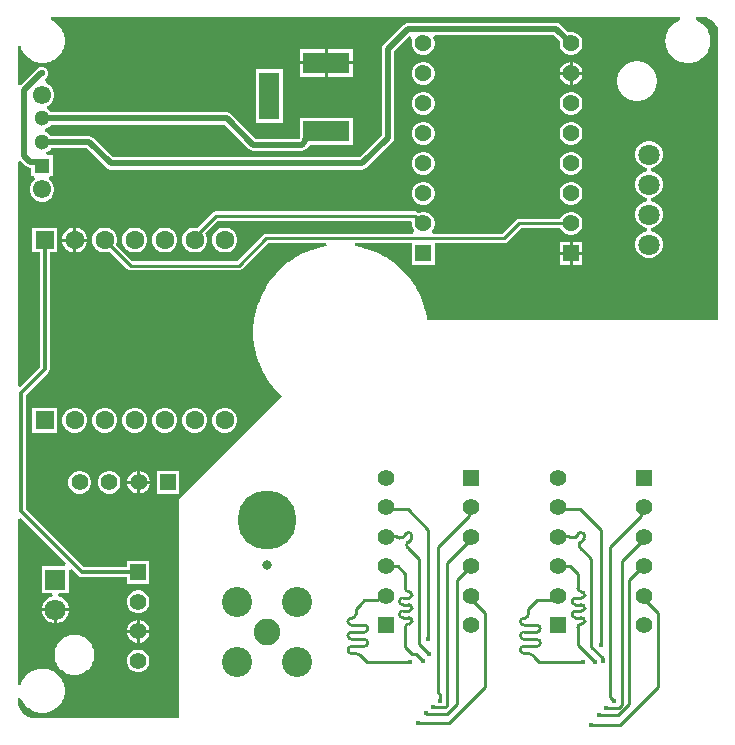
<source format=gbr>
%TF.GenerationSoftware,Altium Limited,Altium Designer,22.7.1 (60)*%
G04 Layer_Physical_Order=2*
G04 Layer_Color=16711680*
%FSLAX45Y45*%
%MOMM*%
%TF.SameCoordinates,61DBAAF2-DE87-4E8A-AD11-02536D302051*%
%TF.FilePolarity,Positive*%
%TF.FileFunction,Copper,L2,Bot,Signal*%
%TF.Part,Single*%
G01*
G75*
%TA.AperFunction,Conductor*%
%ADD10C,0.25000*%
%ADD17C,0.50000*%
%ADD18C,0.25400*%
%ADD19C,0.30000*%
%TA.AperFunction,ComponentPad*%
%ADD22C,1.55000*%
%ADD23C,1.30000*%
%ADD24R,1.30000X1.30000*%
%ADD25R,1.42500X1.42500*%
%ADD26C,1.42500*%
%ADD27C,1.80000*%
%ADD28R,4.00000X1.80000*%
%ADD29R,1.80000X4.00000*%
%ADD30C,1.40000*%
%ADD31R,1.40000X1.40000*%
%ADD32R,1.40000X1.40000*%
%ADD33C,2.25000*%
%ADD34C,2.55000*%
%ADD35C,1.60000*%
%ADD36R,1.60000X1.60000*%
%ADD37R,1.80000X1.80000*%
%TA.AperFunction,ViaPad*%
%ADD38C,0.38100*%
%ADD39C,0.56000*%
%ADD40C,0.45000*%
%ADD41C,5.00000*%
%ADD42C,0.80000*%
%TA.AperFunction,Conductor*%
%ADD43C,0.28500*%
G36*
X6656575Y6762090D02*
X6687949Y6749219D01*
X6716244Y6730532D01*
X6740397Y6706729D01*
X6759497Y6678710D01*
X6762750Y6671100D01*
Y4198097D01*
X4300376D01*
X4299953Y4202393D01*
X4299393Y4204237D01*
Y4206164D01*
X4285975Y4273620D01*
X4285238Y4275400D01*
X4285049Y4277318D01*
X4265084Y4343134D01*
X4264176Y4344834D01*
X4263800Y4346723D01*
X4237480Y4410265D01*
X4236409Y4411867D01*
X4235850Y4413712D01*
X4203428Y4474368D01*
X4202206Y4475858D01*
X4201468Y4477638D01*
X4163258Y4534824D01*
X4161895Y4536187D01*
X4160987Y4537887D01*
X4117354Y4591052D01*
X4115865Y4592275D01*
X4114794Y4593877D01*
X4066161Y4642510D01*
X4064559Y4643580D01*
X4063337Y4645070D01*
X4010171Y4688702D01*
X4008471Y4689611D01*
X4007109Y4690973D01*
X3949922Y4729184D01*
X3948142Y4729921D01*
X3946653Y4731144D01*
X3885996Y4763565D01*
X3884152Y4764125D01*
X3882550Y4765195D01*
X3819008Y4791515D01*
X3817118Y4791891D01*
X3815418Y4792800D01*
X3749602Y4812765D01*
X3747684Y4812954D01*
X3745904Y4813691D01*
X3687775Y4825253D01*
X3690277Y4850653D01*
X4169311D01*
Y4665849D01*
X4362611D01*
Y4850653D01*
X4953000D01*
X4967866Y4853611D01*
X4980469Y4862031D01*
X5096091Y4977654D01*
X5428788D01*
X5440622Y4957156D01*
X5458617Y4939161D01*
X5480656Y4926437D01*
X5505237Y4919850D01*
X5530685D01*
X5555267Y4926437D01*
X5577306Y4939161D01*
X5595300Y4957156D01*
X5608025Y4979195D01*
X5614611Y5003776D01*
Y5029224D01*
X5608025Y5053806D01*
X5595300Y5075845D01*
X5577306Y5093839D01*
X5555267Y5106564D01*
X5530685Y5113150D01*
X5505237D01*
X5480656Y5106564D01*
X5458617Y5093839D01*
X5440622Y5075845D01*
X5428788Y5055347D01*
X5080000D01*
X5065134Y5052390D01*
X5052532Y5043969D01*
X4936909Y4928347D01*
X4350411D01*
X4339890Y4953747D01*
X4343300Y4957156D01*
X4356024Y4979196D01*
X4362611Y5003777D01*
Y5029225D01*
X4356024Y5053807D01*
X4343300Y5075846D01*
X4325305Y5093840D01*
X4303266Y5106564D01*
X4278685Y5113151D01*
X4253237D01*
X4228655Y5106564D01*
X4225850Y5104945D01*
X4223326Y5107469D01*
X4210724Y5115889D01*
X4195858Y5118847D01*
X2508250D01*
X2493384Y5115889D01*
X2480781Y5107469D01*
X2353225Y4979912D01*
X2346677Y4981667D01*
X2318924D01*
X2292117Y4974484D01*
X2268083Y4960608D01*
X2248459Y4940984D01*
X2234583Y4916950D01*
X2227400Y4890143D01*
Y4862391D01*
X2234583Y4835584D01*
X2248459Y4811550D01*
X2268083Y4791926D01*
X2292117Y4778050D01*
X2318924Y4770867D01*
X2346677D01*
X2373483Y4778050D01*
X2397517Y4791926D01*
X2417141Y4811550D01*
X2431017Y4835584D01*
X2438200Y4862391D01*
Y4890143D01*
X2431017Y4916950D01*
X2419714Y4936527D01*
X2524341Y5041153D01*
X4160158D01*
X4169311Y5029225D01*
Y5003777D01*
X4175897Y4979196D01*
X4188622Y4957156D01*
X4192031Y4953747D01*
X4181510Y4928347D01*
X2934479D01*
X2919613Y4925389D01*
X2907010Y4916969D01*
X2687562Y4697520D01*
X1804484D01*
X1668066Y4833938D01*
X1669017Y4835584D01*
X1676200Y4862391D01*
Y4890144D01*
X1669017Y4916950D01*
X1655141Y4940985D01*
X1635517Y4960608D01*
X1611483Y4974484D01*
X1584676Y4981667D01*
X1556923D01*
X1530117Y4974484D01*
X1506083Y4960608D01*
X1486459Y4940985D01*
X1472583Y4916950D01*
X1465400Y4890144D01*
Y4862391D01*
X1472583Y4835584D01*
X1486459Y4811550D01*
X1506083Y4791926D01*
X1530117Y4778050D01*
X1556923Y4770868D01*
X1584676D01*
X1611483Y4778050D01*
X1613129Y4779001D01*
X1760925Y4631205D01*
X1773528Y4622784D01*
X1788394Y4619827D01*
X2703652D01*
X2718518Y4622784D01*
X2731121Y4631205D01*
X2950569Y4850653D01*
X3445792D01*
X3448294Y4825253D01*
X3390164Y4813691D01*
X3388384Y4812953D01*
X3386466Y4812764D01*
X3320650Y4792800D01*
X3318950Y4791891D01*
X3317061Y4791515D01*
X3253519Y4765195D01*
X3251917Y4764125D01*
X3250073Y4763565D01*
X3189416Y4731144D01*
X3187927Y4729921D01*
X3186147Y4729184D01*
X3128960Y4690973D01*
X3127598Y4689611D01*
X3125898Y4688702D01*
X3072732Y4645070D01*
X3071509Y4643580D01*
X3069908Y4642510D01*
X3021274Y4593877D01*
X3020204Y4592275D01*
X3018714Y4591052D01*
X2975082Y4537887D01*
X2974174Y4536187D01*
X2972811Y4534824D01*
X2934600Y4477638D01*
X2933863Y4475858D01*
X2932641Y4474368D01*
X2900219Y4413712D01*
X2899660Y4411867D01*
X2898589Y4410265D01*
X2872269Y4346723D01*
X2871893Y4344833D01*
X2870985Y4343134D01*
X2851020Y4277318D01*
X2850831Y4275400D01*
X2850094Y4273620D01*
X2836676Y4206164D01*
Y4204237D01*
X2836116Y4202393D01*
X2829375Y4133946D01*
X2829564Y4132028D01*
X2829188Y4130139D01*
Y4061361D01*
X2829564Y4059472D01*
X2829375Y4057554D01*
X2836116Y3989107D01*
X2836676Y3987263D01*
Y3985336D01*
X2850094Y3917880D01*
X2850831Y3916099D01*
X2851020Y3914182D01*
X2870985Y3848366D01*
X2871893Y3846666D01*
X2872269Y3844777D01*
X2898589Y3781235D01*
X2899660Y3779632D01*
X2900219Y3777788D01*
X2932641Y3717132D01*
X2933863Y3715642D01*
X2934600Y3713862D01*
X2972811Y3656675D01*
X2974174Y3655313D01*
X2975082Y3653613D01*
X3018714Y3600447D01*
X3020204Y3599225D01*
X3021274Y3597623D01*
X3067056Y3551841D01*
X2202785Y2687569D01*
Y825500D01*
X959084D01*
X955743Y826160D01*
X924370Y839030D01*
X896073Y857719D01*
X871921Y881521D01*
X852822Y909539D01*
X839493Y940721D01*
X832440Y973890D01*
X832183Y990842D01*
X835694Y995998D01*
X842312Y997268D01*
X862730Y993272D01*
X864496Y992076D01*
X872678Y973544D01*
X874876Y970413D01*
X876421Y966912D01*
X893533Y942539D01*
X896300Y939897D01*
X898499Y936765D01*
X920038Y916198D01*
X923267Y914146D01*
X926034Y911504D01*
X951171Y895534D01*
X954739Y894151D01*
X957968Y892100D01*
X985738Y881341D01*
X989506Y880681D01*
X993074Y879298D01*
X1022409Y874164D01*
X1026235Y874252D01*
X1030003Y873593D01*
X1044438Y873926D01*
X1058536Y873925D01*
X1062289Y874672D01*
X1066115D01*
X1094643Y880346D01*
X1098178Y881810D01*
X1101931Y882556D01*
X1128804Y893687D01*
X1131986Y895813D01*
X1135520Y897277D01*
X1159705Y913437D01*
X1162411Y916142D01*
X1165592Y918268D01*
X1186160Y938836D01*
X1188285Y942017D01*
X1190991Y944723D01*
X1207150Y968907D01*
X1208615Y972442D01*
X1210740Y975623D01*
X1221871Y1002496D01*
X1222618Y1006249D01*
X1224082Y1009784D01*
X1229756Y1038313D01*
Y1042139D01*
X1230502Y1045891D01*
X1230502Y1060435D01*
X1230501Y1060439D01*
X1230502Y1074977D01*
X1229756Y1078729D01*
Y1082556D01*
X1224081Y1111085D01*
X1222617Y1114620D01*
X1221871Y1118372D01*
X1210740Y1145246D01*
X1208615Y1148427D01*
X1207150Y1151963D01*
X1190989Y1176149D01*
X1188284Y1178855D01*
X1186158Y1182036D01*
X1165590Y1202605D01*
X1162408Y1204730D01*
X1159703Y1207436D01*
X1135517Y1223596D01*
X1131981Y1225061D01*
X1128801Y1227186D01*
X1101927Y1238318D01*
X1098174Y1239064D01*
X1094639Y1240528D01*
X1066109Y1246203D01*
X1062283D01*
X1058531Y1246949D01*
X1044239Y1246949D01*
X1029992Y1247277D01*
X1026223Y1246617D01*
X1022398Y1246705D01*
X993064Y1241569D01*
X989496Y1240186D01*
X985727Y1239526D01*
X957958Y1228765D01*
X954730Y1226714D01*
X951162Y1225331D01*
X926026Y1209360D01*
X923258Y1206717D01*
X920029Y1204666D01*
X898492Y1184097D01*
X896294Y1180966D01*
X893527Y1178324D01*
X876416Y1153949D01*
X874871Y1150449D01*
X872673Y1147317D01*
X860646Y1120073D01*
X859813Y1116339D01*
X858268Y1112838D01*
X857018Y1107231D01*
X831618Y1110028D01*
Y2515242D01*
X857018Y2525763D01*
X1243665Y2139116D01*
X1233944Y2115650D01*
X1037709D01*
Y1884850D01*
X1126362D01*
X1129706Y1859450D01*
X1108565Y1853785D01*
X1082250Y1838592D01*
X1060765Y1817107D01*
X1045572Y1790792D01*
X1037708Y1761443D01*
Y1758950D01*
X1153107D01*
X1268507D01*
Y1761443D01*
X1260643Y1790792D01*
X1245450Y1817107D01*
X1223965Y1838592D01*
X1197650Y1853785D01*
X1176508Y1859450D01*
X1179853Y1884850D01*
X1268508D01*
Y2081086D01*
X1291975Y2090806D01*
X1348158Y2034623D01*
X1361521Y2025694D01*
X1377285Y2022559D01*
X1758135D01*
Y1968350D01*
X1948934D01*
Y2159150D01*
X1758135D01*
Y2104941D01*
X1394346D01*
X902492Y2596796D01*
Y3562704D01*
X1091927Y3752139D01*
X1100856Y3765503D01*
X1103992Y3781266D01*
Y4770868D01*
X1168200D01*
Y4981667D01*
X957400D01*
Y4770868D01*
X1021609D01*
Y3798328D01*
X857018Y3633737D01*
X831618Y3644258D01*
Y5537503D01*
X840096Y5543207D01*
X857018Y5547310D01*
X901309Y5503018D01*
X917980Y5491879D01*
X937645Y5487967D01*
X949458D01*
Y5415101D01*
X973092D01*
X979897Y5389701D01*
X976676Y5387841D01*
X957518Y5368682D01*
X943970Y5345218D01*
X936958Y5319048D01*
Y5291953D01*
X943970Y5265782D01*
X957518Y5242318D01*
X976676Y5223160D01*
X1000140Y5209613D01*
X1026311Y5202600D01*
X1053405D01*
X1079576Y5209613D01*
X1103040Y5223160D01*
X1122198Y5242318D01*
X1135746Y5265782D01*
X1142758Y5291953D01*
Y5319048D01*
X1135746Y5345218D01*
X1122198Y5368682D01*
X1103040Y5387841D01*
X1099818Y5389701D01*
X1106624Y5415101D01*
X1130257D01*
Y5595901D01*
X1078242D01*
X1074751Y5621261D01*
X1095365Y5633163D01*
X1112196Y5649994D01*
X1114574Y5654113D01*
X1416964D01*
X1582914Y5488164D01*
X1599585Y5477024D01*
X1619250Y5473113D01*
X3748960D01*
X3768626Y5477024D01*
X3785297Y5488164D01*
X4005086Y5707953D01*
X4016226Y5724625D01*
X4020137Y5744290D01*
Y6475430D01*
X4145576Y6600869D01*
X4158942Y6599237D01*
X4166506Y6589678D01*
X4174357Y6572053D01*
X4169312Y6553224D01*
Y6527776D01*
X4175899Y6503195D01*
X4188623Y6481155D01*
X4206617Y6463161D01*
X4228657Y6450437D01*
X4253238Y6443850D01*
X4278686D01*
X4303267Y6450437D01*
X4325307Y6463161D01*
X4343301Y6481155D01*
X4356025Y6503195D01*
X4362612Y6527776D01*
Y6553224D01*
X4356025Y6577805D01*
X4350161Y6587963D01*
X4364232Y6613363D01*
X5372429D01*
X5423690Y6562101D01*
X5421312Y6553226D01*
Y6527778D01*
X5427899Y6503197D01*
X5440623Y6481157D01*
X5458617Y6463163D01*
X5480657Y6450439D01*
X5505238Y6443852D01*
X5530686D01*
X5555268Y6450439D01*
X5577307Y6463163D01*
X5595301Y6481157D01*
X5608025Y6503197D01*
X5614612Y6527778D01*
Y6553226D01*
X5608025Y6577808D01*
X5595301Y6599847D01*
X5577307Y6617841D01*
X5555268Y6630565D01*
X5530686Y6637152D01*
X5505238D01*
X5496363Y6634774D01*
X5430050Y6701086D01*
X5413379Y6712226D01*
X5393714Y6716137D01*
X4136784D01*
X4117120Y6712226D01*
X4100448Y6701086D01*
X3932414Y6533052D01*
X3921274Y6516381D01*
X3917363Y6496715D01*
Y5765575D01*
X3727675Y5575887D01*
X1640535D01*
X1474586Y5741837D01*
X1457915Y5752976D01*
X1438250Y5756888D01*
X1114574D01*
X1112196Y5761008D01*
X1095365Y5777839D01*
X1074751Y5789740D01*
X1065001Y5792352D01*
Y5818649D01*
X1074750Y5821261D01*
X1095364Y5833162D01*
X1112195Y5849993D01*
X1114574Y5854113D01*
X2582215D01*
X2789414Y5646914D01*
X2806085Y5635774D01*
X2825750Y5631863D01*
X3240495D01*
X3260161Y5635774D01*
X3276832Y5646914D01*
X3306121Y5676203D01*
X3309059Y5680601D01*
X3670185D01*
Y5911400D01*
X3219385D01*
Y5735965D01*
X3219121Y5734637D01*
X2847035D01*
X2639836Y5941836D01*
X2623165Y5952976D01*
X2603500Y5956887D01*
X1114574D01*
X1112195Y5961007D01*
X1095364Y5977838D01*
X1083878Y5984469D01*
X1082051Y5995151D01*
X1084032Y6012170D01*
X1084040Y6012190D01*
X1103040Y6023159D01*
X1122198Y6042318D01*
X1135745Y6065782D01*
X1142758Y6091953D01*
Y6119047D01*
X1135745Y6145218D01*
X1122198Y6168682D01*
X1103040Y6187840D01*
X1079576Y6201387D01*
X1063779Y6231443D01*
X1066280Y6239645D01*
X1070106Y6241230D01*
X1085128Y6256251D01*
X1093258Y6275878D01*
Y6297122D01*
X1085128Y6316749D01*
X1070106Y6331770D01*
X1057886Y6336832D01*
X1054210Y6339288D01*
X1034545Y6343200D01*
X1014880Y6339288D01*
X998209Y6328149D01*
X857018Y6186958D01*
X840096Y6191061D01*
X831618Y6196765D01*
Y6518094D01*
X857018Y6520891D01*
X859109Y6511515D01*
X860654Y6508015D01*
X861487Y6504281D01*
X873515Y6477037D01*
X875714Y6473906D01*
X877259Y6470406D01*
X894371Y6446032D01*
X897138Y6443390D01*
X899337Y6440258D01*
X920875Y6419691D01*
X924105Y6417639D01*
X926871Y6414997D01*
X952009Y6399027D01*
X955576Y6397645D01*
X958806Y6395593D01*
X986575Y6384834D01*
X990343Y6384174D01*
X993912Y6382792D01*
X1023247Y6377657D01*
X1027073Y6377745D01*
X1030840Y6377086D01*
X1045275Y6377419D01*
X1059374Y6377419D01*
X1063126Y6378165D01*
X1066952D01*
X1095481Y6383839D01*
X1099015Y6385303D01*
X1102768Y6386049D01*
X1129641Y6397180D01*
X1132823Y6399306D01*
X1136358Y6400770D01*
X1160543Y6416930D01*
X1163248Y6419636D01*
X1166429Y6421761D01*
X1186997Y6442329D01*
X1189123Y6445510D01*
X1191828Y6448216D01*
X1207988Y6472401D01*
X1209452Y6475935D01*
X1211578Y6479117D01*
X1222709Y6505990D01*
X1223455Y6509742D01*
X1224920Y6513278D01*
X1230594Y6541806D01*
Y6545632D01*
X1231340Y6549384D01*
X1231340Y6563928D01*
X1231339Y6563932D01*
X1231339Y6578470D01*
X1230593Y6582222D01*
Y6586049D01*
X1224919Y6614578D01*
X1223454Y6618113D01*
X1222708Y6621866D01*
X1211577Y6648740D01*
X1209452Y6651920D01*
X1207987Y6655456D01*
X1191827Y6679642D01*
X1189121Y6682348D01*
X1186996Y6685529D01*
X1166427Y6706098D01*
X1163246Y6708224D01*
X1160540Y6710929D01*
X1136354Y6727090D01*
X1132819Y6728554D01*
X1129638Y6730679D01*
X1113534Y6737350D01*
X1118586Y6762750D01*
X6438952D01*
X6443702Y6737350D01*
X6424285Y6729826D01*
X6421057Y6727774D01*
X6417488Y6726392D01*
X6392352Y6710420D01*
X6389585Y6707778D01*
X6386356Y6705726D01*
X6364819Y6685158D01*
X6362621Y6682027D01*
X6359853Y6679384D01*
X6342743Y6655009D01*
X6341198Y6651509D01*
X6338999Y6648378D01*
X6326972Y6621133D01*
X6326140Y6617399D01*
X6324595Y6613899D01*
X6318114Y6584831D01*
X6318026Y6581006D01*
X6317194Y6577272D01*
X6316851Y6562385D01*
X6316929Y6561937D01*
X6316841Y6561491D01*
X6316930Y6561043D01*
X6316851Y6560595D01*
X6317195Y6545709D01*
X6318028Y6541974D01*
X6318116Y6538150D01*
X6324598Y6509082D01*
X6326143Y6505582D01*
X6326976Y6501848D01*
X6339005Y6474604D01*
X6341203Y6471473D01*
X6342748Y6467973D01*
X6359860Y6443599D01*
X6362627Y6440957D01*
X6364826Y6437825D01*
X6386364Y6417258D01*
X6389594Y6415206D01*
X6392361Y6412564D01*
X6417498Y6396594D01*
X6421066Y6395212D01*
X6424295Y6393160D01*
X6452065Y6382401D01*
X6455833Y6381741D01*
X6459401Y6380359D01*
X6488736Y6375224D01*
X6492562Y6375313D01*
X6496330Y6374653D01*
X6510764Y6374986D01*
X6524863Y6374986D01*
X6528615Y6375732D01*
X6532442D01*
X6560970Y6381406D01*
X6564505Y6382870D01*
X6568258Y6383617D01*
X6595131Y6394747D01*
X6598312Y6396873D01*
X6601847Y6398337D01*
X6626032Y6414497D01*
X6628737Y6417203D01*
X6631919Y6419329D01*
X6652486Y6439896D01*
X6654612Y6443077D01*
X6657317Y6445783D01*
X6673477Y6469968D01*
X6674941Y6473502D01*
X6677067Y6476684D01*
X6688198Y6503557D01*
X6688944Y6507310D01*
X6690409Y6510845D01*
X6696083Y6539373D01*
Y6543199D01*
X6696829Y6546952D01*
X6696829Y6561495D01*
X6696828Y6561499D01*
X6696829Y6576037D01*
X6696082Y6579789D01*
Y6583616D01*
X6690408Y6612146D01*
X6688944Y6615680D01*
X6688197Y6619433D01*
X6677066Y6646307D01*
X6674941Y6649488D01*
X6673477Y6653024D01*
X6657316Y6677210D01*
X6654610Y6679916D01*
X6652485Y6683096D01*
X6631917Y6703665D01*
X6628735Y6705791D01*
X6626030Y6708496D01*
X6601844Y6724657D01*
X6598308Y6726121D01*
X6595128Y6728246D01*
X6573150Y6737350D01*
X6578202Y6762750D01*
X6653233D01*
X6656575Y6762090D01*
D02*
G37*
%LPC*%
G36*
X3670185Y6491401D02*
X3457486D01*
Y6388701D01*
X3670185D01*
Y6491401D01*
D02*
G37*
G36*
X3432086D02*
X3219386D01*
Y6388701D01*
X3432086D01*
Y6491401D01*
D02*
G37*
G36*
X5530685Y6383149D02*
X5530661D01*
Y6299199D01*
X5614611D01*
Y6299223D01*
X5608025Y6323805D01*
X5595300Y6345844D01*
X5577306Y6363838D01*
X5555267Y6376563D01*
X5530685Y6383149D01*
D02*
G37*
G36*
X5505261D02*
X5505237D01*
X5480656Y6376563D01*
X5458617Y6363838D01*
X5440622Y6345844D01*
X5427898Y6323805D01*
X5421311Y6299223D01*
Y6299199D01*
X5505261D01*
Y6383149D01*
D02*
G37*
G36*
X3670185Y6363301D02*
X3457486D01*
Y6260601D01*
X3670185D01*
Y6363301D01*
D02*
G37*
G36*
X3432086D02*
X3219386D01*
Y6260601D01*
X3432086D01*
Y6363301D01*
D02*
G37*
G36*
X4278685Y6383150D02*
X4253237D01*
X4228655Y6376563D01*
X4206616Y6363839D01*
X4188622Y6345844D01*
X4175898Y6323805D01*
X4169311Y6299224D01*
Y6273775D01*
X4175898Y6249194D01*
X4188622Y6227155D01*
X4206616Y6209160D01*
X4228655Y6196436D01*
X4253237Y6189849D01*
X4278685D01*
X4303266Y6196436D01*
X4325306Y6209160D01*
X4343300Y6227155D01*
X4356024Y6249194D01*
X4362611Y6273775D01*
Y6299224D01*
X4356024Y6323805D01*
X4343300Y6345844D01*
X4325306Y6363839D01*
X4303266Y6376563D01*
X4278685Y6383150D01*
D02*
G37*
G36*
X5614611Y6273799D02*
X5530661D01*
Y6189849D01*
X5530685D01*
X5555267Y6196436D01*
X5577306Y6209160D01*
X5595300Y6227155D01*
X5608025Y6249194D01*
X5614611Y6273775D01*
Y6273799D01*
D02*
G37*
G36*
X5505261D02*
X5421311D01*
Y6273775D01*
X5427898Y6249194D01*
X5440622Y6227155D01*
X5458617Y6209160D01*
X5480656Y6196436D01*
X5505237Y6189849D01*
X5505261D01*
Y6273799D01*
D02*
G37*
G36*
X6089088Y6391847D02*
X6063481D01*
X6059728Y6391100D01*
X6055902D01*
X6030786Y6386104D01*
X6027251Y6384640D01*
X6023499Y6383894D01*
X5999840Y6374094D01*
X5996660Y6371968D01*
X5993124Y6370504D01*
X5971832Y6356277D01*
X5969126Y6353571D01*
X5965946Y6351446D01*
X5947838Y6333339D01*
X5945713Y6330158D01*
X5943007Y6327452D01*
X5928780Y6306160D01*
X5927316Y6302625D01*
X5925190Y6299444D01*
X5915391Y6275785D01*
X5914645Y6272033D01*
X5913180Y6268498D01*
X5908184Y6243382D01*
Y6239555D01*
X5907438Y6235804D01*
Y6210196D01*
X5908185Y6206443D01*
Y6202618D01*
X5913180Y6177502D01*
X5914645Y6173966D01*
X5915391Y6170214D01*
X5925190Y6146556D01*
X5927316Y6143375D01*
X5928780Y6139840D01*
X5943007Y6118548D01*
X5945713Y6115842D01*
X5947838Y6112661D01*
X5965946Y6094554D01*
X5969126Y6092429D01*
X5971832Y6089723D01*
X5993124Y6075496D01*
X5996659Y6074031D01*
X5999841Y6071906D01*
X6023499Y6062106D01*
X6027251Y6061360D01*
X6030787Y6059895D01*
X6055902Y6054900D01*
X6059729D01*
X6063481Y6054153D01*
X6089088D01*
X6092841Y6054900D01*
X6096666D01*
X6121782Y6059895D01*
X6125318Y6061360D01*
X6129070Y6062106D01*
X6152728Y6071906D01*
X6155909Y6074031D01*
X6159445Y6075496D01*
X6180737Y6089723D01*
X6183442Y6092429D01*
X6186623Y6094554D01*
X6204731Y6112661D01*
X6206856Y6115842D01*
X6209562Y6118548D01*
X6223789Y6139840D01*
X6225253Y6143375D01*
X6227379Y6146556D01*
X6237178Y6170214D01*
X6237925Y6173967D01*
X6239389Y6177502D01*
X6244385Y6202618D01*
Y6206443D01*
X6245131Y6210196D01*
Y6235804D01*
X6244385Y6239556D01*
Y6243382D01*
X6239389Y6268498D01*
X6237925Y6272033D01*
X6237178Y6275785D01*
X6227378Y6299444D01*
X6225253Y6302625D01*
X6223789Y6306160D01*
X6209562Y6327452D01*
X6206856Y6330158D01*
X6204731Y6333339D01*
X6186623Y6351446D01*
X6183442Y6353571D01*
X6180737Y6356277D01*
X6159445Y6370504D01*
X6155909Y6371968D01*
X6152728Y6374094D01*
X6129070Y6383894D01*
X6125317Y6384640D01*
X6121783Y6386104D01*
X6096667Y6391100D01*
X6092841D01*
X6089088Y6391847D01*
D02*
G37*
G36*
X5530685Y6129151D02*
X5505237D01*
X5480656Y6122564D01*
X5458616Y6109840D01*
X5440622Y6091845D01*
X5427898Y6069806D01*
X5421311Y6045225D01*
Y6019776D01*
X5427898Y5995195D01*
X5440622Y5973156D01*
X5458616Y5955161D01*
X5480656Y5942437D01*
X5505237Y5935850D01*
X5530685D01*
X5555267Y5942437D01*
X5577306Y5955161D01*
X5595300Y5973156D01*
X5608024Y5995195D01*
X5614611Y6019776D01*
Y6045225D01*
X5608024Y6069806D01*
X5595300Y6091845D01*
X5577306Y6109840D01*
X5555267Y6122564D01*
X5530685Y6129151D01*
D02*
G37*
G36*
X4278685D02*
X4253237D01*
X4228656Y6122564D01*
X4206617Y6109840D01*
X4188622Y6091845D01*
X4175898Y6069806D01*
X4169311Y6045225D01*
Y6019776D01*
X4175898Y5995195D01*
X4188622Y5973156D01*
X4206617Y5955161D01*
X4228656Y5942437D01*
X4253237Y5935850D01*
X4278685D01*
X4303267Y5942437D01*
X4325306Y5955161D01*
X4343300Y5973156D01*
X4356025Y5995195D01*
X4362611Y6019776D01*
Y6045225D01*
X4356025Y6069806D01*
X4343300Y6091845D01*
X4325306Y6109840D01*
X4303267Y6122564D01*
X4278685Y6129151D01*
D02*
G37*
G36*
X3080184Y6321400D02*
X2849385D01*
Y5870600D01*
X3080184D01*
Y6321400D01*
D02*
G37*
G36*
X5530684Y5875150D02*
X5505236D01*
X5480655Y5868563D01*
X5458615Y5855839D01*
X5440621Y5837845D01*
X5427897Y5815805D01*
X5421310Y5791224D01*
Y5765776D01*
X5427897Y5741195D01*
X5440621Y5719155D01*
X5458615Y5701161D01*
X5480655Y5688437D01*
X5505236Y5681850D01*
X5530684D01*
X5555265Y5688437D01*
X5577305Y5701161D01*
X5595299Y5719155D01*
X5608023Y5741195D01*
X5614610Y5765776D01*
Y5791224D01*
X5608023Y5815805D01*
X5595299Y5837845D01*
X5577305Y5855839D01*
X5555265Y5868563D01*
X5530684Y5875150D01*
D02*
G37*
G36*
X4278683D02*
X4253235D01*
X4228654Y5868563D01*
X4206615Y5855839D01*
X4188620Y5837845D01*
X4175896Y5815805D01*
X4169309Y5791224D01*
Y5765776D01*
X4175896Y5741195D01*
X4188620Y5719155D01*
X4206615Y5701161D01*
X4228654Y5688437D01*
X4253235Y5681850D01*
X4278683D01*
X4303265Y5688437D01*
X4325304Y5701161D01*
X4343298Y5719155D01*
X4356023Y5741195D01*
X4362609Y5765776D01*
Y5791224D01*
X4356023Y5815805D01*
X4343298Y5837845D01*
X4325304Y5855839D01*
X4303265Y5868563D01*
X4278683Y5875150D01*
D02*
G37*
G36*
X4278684Y5621151D02*
X4253236D01*
X4228654Y5614564D01*
X4206615Y5601840D01*
X4188621Y5583846D01*
X4175897Y5561807D01*
X4169310Y5537225D01*
Y5511777D01*
X4175897Y5487196D01*
X4188621Y5465156D01*
X4206615Y5447162D01*
X4228654Y5434438D01*
X4253236Y5427851D01*
X4278684D01*
X4303265Y5434438D01*
X4325305Y5447162D01*
X4343299Y5465156D01*
X4356023Y5487196D01*
X4362610Y5511777D01*
Y5537225D01*
X4356023Y5561807D01*
X4343299Y5583846D01*
X4325305Y5601840D01*
X4303265Y5614564D01*
X4278684Y5621151D01*
D02*
G37*
G36*
X5530686Y5621149D02*
X5505238D01*
X5480657Y5614563D01*
X5458617Y5601838D01*
X5440623Y5583844D01*
X5427899Y5561805D01*
X5421312Y5537223D01*
Y5511775D01*
X5427899Y5487194D01*
X5440623Y5465155D01*
X5458617Y5447160D01*
X5480657Y5434436D01*
X5505238Y5427849D01*
X5530686D01*
X5555268Y5434436D01*
X5577307Y5447160D01*
X5595301Y5465155D01*
X5608025Y5487194D01*
X5614612Y5511775D01*
Y5537223D01*
X5608025Y5561805D01*
X5595301Y5583844D01*
X5577307Y5601838D01*
X5555268Y5614563D01*
X5530686Y5621149D01*
D02*
G37*
G36*
X5530685Y5367151D02*
X5505237D01*
X5480656Y5360564D01*
X5458617Y5347840D01*
X5440622Y5329846D01*
X5427898Y5307807D01*
X5421311Y5283225D01*
Y5257777D01*
X5427898Y5233196D01*
X5440622Y5211156D01*
X5458617Y5193162D01*
X5480656Y5180438D01*
X5505237Y5173851D01*
X5530685D01*
X5555267Y5180438D01*
X5577306Y5193162D01*
X5595300Y5211156D01*
X5608025Y5233196D01*
X5614611Y5257777D01*
Y5283225D01*
X5608025Y5307807D01*
X5595300Y5329846D01*
X5577306Y5347840D01*
X5555267Y5360564D01*
X5530685Y5367151D01*
D02*
G37*
G36*
X4278685Y5367151D02*
X4253237D01*
X4228655Y5360564D01*
X4206616Y5347840D01*
X4188622Y5329845D01*
X4175897Y5307806D01*
X4169311Y5283225D01*
Y5257776D01*
X4175897Y5233195D01*
X4188622Y5211156D01*
X4206616Y5193161D01*
X4228655Y5180437D01*
X4253237Y5173850D01*
X4278685D01*
X4303266Y5180437D01*
X4325305Y5193161D01*
X4343300Y5211156D01*
X4356024Y5233195D01*
X4362611Y5257776D01*
Y5283225D01*
X4356024Y5307806D01*
X4343300Y5329845D01*
X4325305Y5347840D01*
X4303266Y5360564D01*
X4278685Y5367151D01*
D02*
G37*
G36*
X1330676Y4981667D02*
X1329500D01*
Y4888967D01*
X1422200D01*
Y4890144D01*
X1415017Y4916950D01*
X1401141Y4940985D01*
X1381517Y4960608D01*
X1357483Y4974484D01*
X1330676Y4981667D01*
D02*
G37*
G36*
X1304100D02*
X1302924D01*
X1276117Y4974484D01*
X1252083Y4960608D01*
X1232459Y4940985D01*
X1218583Y4916950D01*
X1211400Y4890144D01*
Y4888967D01*
X1304100D01*
Y4981667D01*
D02*
G37*
G36*
X5614611Y4859150D02*
X5530661D01*
Y4775200D01*
X5614611D01*
Y4859150D01*
D02*
G37*
G36*
X5505261D02*
X5421311D01*
Y4775200D01*
X5505261D01*
Y4859150D01*
D02*
G37*
G36*
X2600676Y4981668D02*
X2572923D01*
X2546117Y4974485D01*
X2522082Y4960609D01*
X2502459Y4940985D01*
X2488583Y4916951D01*
X2481400Y4890144D01*
Y4862392D01*
X2488583Y4835585D01*
X2502459Y4811551D01*
X2522082Y4791927D01*
X2546117Y4778051D01*
X2572923Y4770868D01*
X2600676D01*
X2627482Y4778051D01*
X2651517Y4791927D01*
X2671140Y4811551D01*
X2685016Y4835585D01*
X2692199Y4862392D01*
Y4890144D01*
X2685016Y4916951D01*
X2671140Y4940985D01*
X2651517Y4960609D01*
X2627482Y4974485D01*
X2600676Y4981668D01*
D02*
G37*
G36*
X2092676Y4981667D02*
X2064924D01*
X2038117Y4974484D01*
X2014083Y4960608D01*
X1994459Y4940985D01*
X1980583Y4916950D01*
X1973400Y4890144D01*
Y4862391D01*
X1980583Y4835584D01*
X1994459Y4811550D01*
X2014083Y4791926D01*
X2038117Y4778050D01*
X2064924Y4770868D01*
X2092676D01*
X2119483Y4778050D01*
X2143517Y4791926D01*
X2163141Y4811550D01*
X2177017Y4835584D01*
X2184200Y4862391D01*
Y4890144D01*
X2177017Y4916950D01*
X2163141Y4940985D01*
X2143517Y4960608D01*
X2119483Y4974484D01*
X2092676Y4981667D01*
D02*
G37*
G36*
X1838676D02*
X1810924D01*
X1784117Y4974484D01*
X1760083Y4960608D01*
X1740459Y4940985D01*
X1726583Y4916950D01*
X1719400Y4890144D01*
Y4862391D01*
X1726583Y4835584D01*
X1740459Y4811550D01*
X1760083Y4791926D01*
X1784117Y4778050D01*
X1810924Y4770868D01*
X1838676D01*
X1865483Y4778050D01*
X1889517Y4791926D01*
X1909141Y4811550D01*
X1923017Y4835584D01*
X1930200Y4862391D01*
Y4890144D01*
X1923017Y4916950D01*
X1909141Y4940985D01*
X1889517Y4960608D01*
X1865483Y4974484D01*
X1838676Y4981667D01*
D02*
G37*
G36*
X1422200Y4863567D02*
X1329500D01*
Y4770868D01*
X1330676D01*
X1357483Y4778050D01*
X1381517Y4791926D01*
X1401141Y4811550D01*
X1415017Y4835584D01*
X1422200Y4862391D01*
Y4863567D01*
D02*
G37*
G36*
X1304100D02*
X1211400D01*
Y4862391D01*
X1218583Y4835584D01*
X1232459Y4811550D01*
X1252083Y4791926D01*
X1276117Y4778050D01*
X1302924Y4770868D01*
X1304100D01*
Y4863567D01*
D02*
G37*
G36*
X6194080Y5715460D02*
X6163694D01*
X6134344Y5707596D01*
X6108030Y5692403D01*
X6086544Y5670918D01*
X6071352Y5644603D01*
X6063487Y5615253D01*
Y5584868D01*
X6071352Y5555518D01*
X6086544Y5529203D01*
X6108030Y5507718D01*
X6134344Y5492525D01*
X6160251Y5485583D01*
X6160254Y5460539D01*
X6134345Y5453596D01*
X6108031Y5438404D01*
X6086545Y5416918D01*
X6071353Y5390604D01*
X6063488Y5361254D01*
Y5330868D01*
X6071353Y5301518D01*
X6086545Y5275204D01*
X6108031Y5253718D01*
X6134345Y5238525D01*
X6160256Y5231583D01*
X6160257Y5206539D01*
X6134346Y5199596D01*
X6108031Y5184404D01*
X6086546Y5162918D01*
X6071353Y5136604D01*
X6063489Y5107254D01*
Y5076868D01*
X6071353Y5047518D01*
X6086546Y5021204D01*
X6108031Y4999718D01*
X6134346Y4984525D01*
X6160257Y4977582D01*
X6160256Y4952539D01*
X6134345Y4945596D01*
X6108031Y4930404D01*
X6086545Y4908918D01*
X6071353Y4882604D01*
X6063488Y4853254D01*
Y4822868D01*
X6071353Y4793518D01*
X6086545Y4767204D01*
X6108031Y4745718D01*
X6134345Y4730525D01*
X6163695Y4722661D01*
X6194081D01*
X6223431Y4730525D01*
X6249745Y4745718D01*
X6271231Y4767204D01*
X6286424Y4793518D01*
X6294288Y4822868D01*
Y4853254D01*
X6286424Y4882604D01*
X6271231Y4908918D01*
X6249745Y4930404D01*
X6223431Y4945596D01*
X6197519Y4952539D01*
X6197520Y4977583D01*
X6223431Y4984525D01*
X6249745Y4999718D01*
X6271231Y5021204D01*
X6286424Y5047518D01*
X6294288Y5076868D01*
Y5107254D01*
X6286424Y5136604D01*
X6271231Y5162918D01*
X6249745Y5184404D01*
X6223431Y5199596D01*
X6197520Y5206539D01*
X6197519Y5231582D01*
X6223431Y5238525D01*
X6249745Y5253718D01*
X6271231Y5275204D01*
X6286424Y5301518D01*
X6294288Y5330868D01*
Y5361254D01*
X6286424Y5390604D01*
X6271231Y5416918D01*
X6249745Y5438404D01*
X6223431Y5453596D01*
X6197524Y5460538D01*
X6197521Y5485583D01*
X6223430Y5492525D01*
X6249744Y5507718D01*
X6271230Y5529203D01*
X6286423Y5555518D01*
X6294287Y5584868D01*
Y5615253D01*
X6286423Y5644603D01*
X6271230Y5670918D01*
X6249744Y5692403D01*
X6223430Y5707596D01*
X6194080Y5715460D01*
D02*
G37*
G36*
X5614611Y4749800D02*
X5530661D01*
Y4665850D01*
X5614611D01*
Y4749800D01*
D02*
G37*
G36*
X5505261D02*
X5421311D01*
Y4665850D01*
X5505261D01*
Y4749800D01*
D02*
G37*
G36*
X1168201Y3456841D02*
X957401D01*
Y3246041D01*
X1168201D01*
Y3456841D01*
D02*
G37*
G36*
X1838677Y3456841D02*
X1810924D01*
X1784117Y3449658D01*
X1760083Y3435782D01*
X1740459Y3416158D01*
X1726583Y3392124D01*
X1719400Y3365317D01*
Y3337565D01*
X1726583Y3310758D01*
X1740459Y3286724D01*
X1760083Y3267100D01*
X1784117Y3253224D01*
X1810924Y3246041D01*
X1838677D01*
X1865483Y3253224D01*
X1889517Y3267100D01*
X1909141Y3286724D01*
X1923017Y3310758D01*
X1930200Y3337565D01*
Y3365317D01*
X1923017Y3392124D01*
X1909141Y3416158D01*
X1889517Y3435782D01*
X1865483Y3449658D01*
X1838677Y3456841D01*
D02*
G37*
G36*
X2600676Y3456840D02*
X2572924D01*
X2546117Y3449658D01*
X2522083Y3435782D01*
X2502459Y3416158D01*
X2488583Y3392124D01*
X2481400Y3365317D01*
Y3337564D01*
X2488583Y3310758D01*
X2502459Y3286723D01*
X2522083Y3267100D01*
X2546117Y3253224D01*
X2572924Y3246041D01*
X2600676D01*
X2627483Y3253224D01*
X2651517Y3267100D01*
X2671141Y3286723D01*
X2685017Y3310758D01*
X2692200Y3337564D01*
Y3365317D01*
X2685017Y3392124D01*
X2671141Y3416158D01*
X2651517Y3435782D01*
X2627483Y3449658D01*
X2600676Y3456840D01*
D02*
G37*
G36*
X2092677D02*
X2064924D01*
X2038118Y3449658D01*
X2014083Y3435782D01*
X1994460Y3416158D01*
X1980584Y3392124D01*
X1973401Y3365317D01*
Y3337564D01*
X1980584Y3310758D01*
X1994460Y3286723D01*
X2014083Y3267100D01*
X2038118Y3253224D01*
X2064924Y3246041D01*
X2092677D01*
X2119483Y3253224D01*
X2143518Y3267100D01*
X2163141Y3286723D01*
X2177017Y3310758D01*
X2184200Y3337564D01*
Y3365317D01*
X2177017Y3392124D01*
X2163141Y3416158D01*
X2143518Y3435782D01*
X2119483Y3449658D01*
X2092677Y3456840D01*
D02*
G37*
G36*
X1584677D02*
X1556924D01*
X1530118Y3449658D01*
X1506083Y3435782D01*
X1486460Y3416158D01*
X1472584Y3392124D01*
X1465401Y3365317D01*
Y3337564D01*
X1472584Y3310758D01*
X1486460Y3286723D01*
X1506083Y3267100D01*
X1530118Y3253224D01*
X1556924Y3246041D01*
X1584677D01*
X1611483Y3253224D01*
X1635518Y3267100D01*
X1655141Y3286723D01*
X1669017Y3310758D01*
X1676200Y3337564D01*
Y3365317D01*
X1669017Y3392124D01*
X1655141Y3416158D01*
X1635518Y3435782D01*
X1611483Y3449658D01*
X1584677Y3456840D01*
D02*
G37*
G36*
X2346677Y3456840D02*
X2318924D01*
X2292118Y3449657D01*
X2268083Y3435781D01*
X2248460Y3416158D01*
X2234584Y3392123D01*
X2227401Y3365317D01*
Y3337564D01*
X2234584Y3310757D01*
X2248460Y3286723D01*
X2268083Y3267099D01*
X2292118Y3253223D01*
X2318924Y3246040D01*
X2346677D01*
X2373483Y3253223D01*
X2397518Y3267099D01*
X2417141Y3286723D01*
X2431017Y3310757D01*
X2438200Y3337564D01*
Y3365317D01*
X2431017Y3392123D01*
X2417141Y3416158D01*
X2397518Y3435781D01*
X2373483Y3449657D01*
X2346677Y3456840D01*
D02*
G37*
G36*
X1330676Y3456840D02*
X1302924D01*
X1276117Y3449657D01*
X1252083Y3435781D01*
X1232459Y3416157D01*
X1218583Y3392123D01*
X1211400Y3365316D01*
Y3337564D01*
X1218583Y3310757D01*
X1232459Y3286723D01*
X1252083Y3267099D01*
X1276117Y3253223D01*
X1302924Y3246040D01*
X1330676D01*
X1357483Y3253223D01*
X1381517Y3267099D01*
X1401141Y3286723D01*
X1415017Y3310757D01*
X1422200Y3337564D01*
Y3365316D01*
X1415017Y3392123D01*
X1401141Y3416157D01*
X1381517Y3435781D01*
X1357483Y3449657D01*
X1330676Y3456840D01*
D02*
G37*
G36*
X1870235Y2921112D02*
Y2838450D01*
X1952897D01*
X1946433Y2862573D01*
X1933874Y2884327D01*
X1916112Y2902089D01*
X1894358Y2914648D01*
X1870235Y2921112D01*
D02*
G37*
G36*
X1844835D02*
X1820712Y2914648D01*
X1798958Y2902089D01*
X1781196Y2884327D01*
X1768637Y2862573D01*
X1762173Y2838450D01*
X1844835D01*
Y2921112D01*
D02*
G37*
G36*
X1952897Y2813050D02*
X1870235D01*
Y2730388D01*
X1894358Y2736852D01*
X1916112Y2749411D01*
X1933874Y2767173D01*
X1946433Y2788927D01*
X1952897Y2813050D01*
D02*
G37*
G36*
X1844835D02*
X1762173D01*
X1768637Y2788927D01*
X1781196Y2767173D01*
X1798958Y2749411D01*
X1820712Y2736852D01*
X1844835Y2730388D01*
Y2813050D01*
D02*
G37*
G36*
X2202934Y2921150D02*
X2012135D01*
Y2730350D01*
X2202934D01*
Y2921150D01*
D02*
G37*
G36*
X1620095D02*
X1594976D01*
X1570712Y2914648D01*
X1548958Y2902089D01*
X1531196Y2884327D01*
X1518637Y2862573D01*
X1512135Y2838310D01*
Y2813190D01*
X1518637Y2788927D01*
X1531196Y2767173D01*
X1548958Y2749411D01*
X1570712Y2736852D01*
X1594976Y2730350D01*
X1620095D01*
X1644358Y2736852D01*
X1666112Y2749411D01*
X1683874Y2767173D01*
X1696434Y2788927D01*
X1702935Y2813190D01*
Y2838310D01*
X1696434Y2862573D01*
X1683874Y2884327D01*
X1666112Y2902089D01*
X1644358Y2914648D01*
X1620095Y2921150D01*
D02*
G37*
G36*
X1370095D02*
X1344976D01*
X1320713Y2914648D01*
X1298959Y2902089D01*
X1281197Y2884327D01*
X1268637Y2862573D01*
X1262136Y2838310D01*
Y2813190D01*
X1268637Y2788927D01*
X1281197Y2767173D01*
X1298959Y2749411D01*
X1320713Y2736852D01*
X1344976Y2730350D01*
X1370095D01*
X1394359Y2736852D01*
X1416113Y2749411D01*
X1433875Y2767173D01*
X1446434Y2788927D01*
X1452936Y2813190D01*
Y2838310D01*
X1446434Y2862573D01*
X1433875Y2884327D01*
X1416113Y2902089D01*
X1394359Y2914648D01*
X1370095Y2921150D01*
D02*
G37*
G36*
X1866094Y1909150D02*
X1840975D01*
X1816712Y1902649D01*
X1794958Y1890089D01*
X1777196Y1872327D01*
X1764636Y1850573D01*
X1758135Y1826310D01*
Y1801191D01*
X1764636Y1776927D01*
X1777196Y1755173D01*
X1794958Y1737411D01*
X1816712Y1724852D01*
X1840975Y1718350D01*
X1866094D01*
X1890358Y1724852D01*
X1912112Y1737411D01*
X1929874Y1755173D01*
X1942433Y1776927D01*
X1948935Y1801191D01*
Y1826310D01*
X1942433Y1850573D01*
X1929874Y1872327D01*
X1912112Y1890089D01*
X1890358Y1902649D01*
X1866094Y1909150D01*
D02*
G37*
G36*
X1268507Y1733550D02*
X1165807D01*
Y1630850D01*
X1168300D01*
X1197650Y1638714D01*
X1223965Y1653907D01*
X1245450Y1675393D01*
X1260643Y1701707D01*
X1268507Y1731057D01*
Y1733550D01*
D02*
G37*
G36*
X1140407D02*
X1037708D01*
Y1731057D01*
X1045572Y1701707D01*
X1060765Y1675393D01*
X1082250Y1653907D01*
X1108565Y1638714D01*
X1137915Y1630850D01*
X1140407D01*
Y1733550D01*
D02*
G37*
G36*
X1866235Y1659113D02*
Y1576451D01*
X1948897D01*
X1942433Y1600574D01*
X1929873Y1622328D01*
X1912111Y1640090D01*
X1890357Y1652649D01*
X1866235Y1659113D01*
D02*
G37*
G36*
X1840835D02*
X1816712Y1652649D01*
X1794958Y1640090D01*
X1777196Y1622328D01*
X1764636Y1600574D01*
X1758172Y1576451D01*
X1840835D01*
Y1659113D01*
D02*
G37*
G36*
X1948897Y1551051D02*
X1866235D01*
Y1468388D01*
X1890357Y1474852D01*
X1912111Y1487412D01*
X1929873Y1505174D01*
X1942433Y1526928D01*
X1948897Y1551051D01*
D02*
G37*
G36*
X1840835D02*
X1758172D01*
X1764636Y1526928D01*
X1777196Y1505174D01*
X1794958Y1487412D01*
X1816712Y1474852D01*
X1840835Y1468388D01*
Y1551051D01*
D02*
G37*
G36*
X1866095Y1409151D02*
X1840975D01*
X1816712Y1402650D01*
X1794958Y1390090D01*
X1777196Y1372328D01*
X1764637Y1350574D01*
X1758135Y1326311D01*
Y1301192D01*
X1764637Y1276929D01*
X1777196Y1255175D01*
X1794958Y1237413D01*
X1816712Y1224853D01*
X1840975Y1218352D01*
X1866095D01*
X1890358Y1224853D01*
X1912112Y1237413D01*
X1929874Y1255175D01*
X1942434Y1276929D01*
X1948935Y1301192D01*
Y1326311D01*
X1942434Y1350574D01*
X1929874Y1372328D01*
X1912112Y1390090D01*
X1890358Y1402650D01*
X1866095Y1409151D01*
D02*
G37*
G36*
X1326588Y1534096D02*
X1300981D01*
X1297228Y1533350D01*
X1293402D01*
X1268286Y1528354D01*
X1264751Y1526890D01*
X1260999Y1526144D01*
X1237340Y1516344D01*
X1234160Y1514218D01*
X1230624Y1512754D01*
X1209332Y1498527D01*
X1206626Y1495821D01*
X1203446Y1493696D01*
X1185338Y1475589D01*
X1183213Y1472408D01*
X1180507Y1469702D01*
X1166280Y1448410D01*
X1164816Y1444875D01*
X1162690Y1441694D01*
X1152891Y1418035D01*
X1152145Y1414283D01*
X1150680Y1410748D01*
X1145684Y1385632D01*
Y1381805D01*
X1144938Y1378054D01*
Y1352446D01*
X1145685Y1348693D01*
Y1344868D01*
X1150680Y1319752D01*
X1152145Y1316216D01*
X1152891Y1312464D01*
X1162690Y1288806D01*
X1164816Y1285625D01*
X1166280Y1282090D01*
X1180507Y1260798D01*
X1183213Y1258092D01*
X1185338Y1254911D01*
X1203446Y1236804D01*
X1206626Y1234679D01*
X1209332Y1231973D01*
X1230624Y1217746D01*
X1234159Y1216281D01*
X1237341Y1214156D01*
X1260999Y1204356D01*
X1264751Y1203610D01*
X1268287Y1202145D01*
X1293402Y1197150D01*
X1297229D01*
X1300981Y1196403D01*
X1326588D01*
X1330341Y1197150D01*
X1334166D01*
X1359282Y1202145D01*
X1362818Y1203610D01*
X1366570Y1204356D01*
X1390228Y1214156D01*
X1393409Y1216281D01*
X1396945Y1217746D01*
X1418237Y1231973D01*
X1420942Y1234679D01*
X1424123Y1236804D01*
X1442231Y1254911D01*
X1444356Y1258092D01*
X1447062Y1260798D01*
X1461289Y1282090D01*
X1462753Y1285625D01*
X1464879Y1288806D01*
X1474678Y1312464D01*
X1475425Y1316217D01*
X1476889Y1319752D01*
X1481885Y1344868D01*
Y1348693D01*
X1482631Y1352446D01*
Y1378054D01*
X1481885Y1381806D01*
Y1385632D01*
X1476889Y1410748D01*
X1475425Y1414283D01*
X1474678Y1418035D01*
X1464878Y1441694D01*
X1462753Y1444875D01*
X1461289Y1448410D01*
X1447062Y1469702D01*
X1444356Y1472408D01*
X1442231Y1475589D01*
X1424123Y1493696D01*
X1420942Y1495821D01*
X1418237Y1498527D01*
X1396945Y1512754D01*
X1393409Y1514218D01*
X1390228Y1516344D01*
X1366570Y1526144D01*
X1362817Y1526890D01*
X1359283Y1528354D01*
X1334167Y1533350D01*
X1330341D01*
X1326588Y1534096D01*
D02*
G37*
%LPD*%
D10*
X5602846Y1625083D02*
G03*
X5575346Y1597584I0J-27500D01*
G01*
X5604755Y1625083D02*
G03*
X5632255Y1652583I0J27500D01*
G01*
Y1652583D02*
G03*
X5604755Y1680083I-27500J0D01*
G01*
X5525661Y1707583D02*
G03*
X5553160Y1680083I27500J0D01*
G01*
Y1735083D02*
G03*
X5525661Y1707583I0J-27500D01*
G01*
X5604755Y1735083D02*
G03*
X5632255Y1762583I0J27500D01*
G01*
Y1762583D02*
G03*
X5604755Y1790083I-27500J0D01*
G01*
X5525660Y1817583D02*
G03*
X5553159Y1790083I27500J0D01*
G01*
Y1845083D02*
G03*
X5525660Y1817583I0J-27500D01*
G01*
X5604755Y1845083D02*
G03*
X5632255Y1872583I0J27500D01*
G01*
Y1872583D02*
G03*
X5604755Y1900083I-27500J0D01*
G01*
X5575346Y1927583D02*
G03*
X5602846Y1900083I27500J0D01*
G01*
X3665984Y1676222D02*
G03*
X3695984Y1706179I0J30000D01*
G01*
X3659069Y1676222D02*
G03*
X3659069Y1616222I0J-30000D01*
G01*
X3767174Y1556222D02*
G03*
X3767174Y1616222I0J30000D01*
G01*
X3658884Y1556222D02*
G03*
X3658884Y1496223I0J-30000D01*
G01*
X3766990Y1436223D02*
G03*
X3766990Y1496223I0J30000D01*
G01*
X3658700Y1436223D02*
G03*
X3658700Y1376223I0J-30000D01*
G01*
X3733298Y1361222D02*
G03*
X3697084Y1376223I-36214J-36212D01*
G01*
X4142346Y1625083D02*
G03*
X4114846Y1597584I0J-27500D01*
G01*
X4144255Y1625083D02*
G03*
X4171755Y1652583I0J27500D01*
G01*
Y1652583D02*
G03*
X4144255Y1680083I-27500J0D01*
G01*
X4065161Y1707583D02*
G03*
X4092660Y1680083I27500J0D01*
G01*
Y1735083D02*
G03*
X4065161Y1707583I0J-27500D01*
G01*
X4144255Y1735083D02*
G03*
X4171755Y1762583I0J27500D01*
G01*
Y1762583D02*
G03*
X4144255Y1790083I-27500J0D01*
G01*
X4065160Y1817583D02*
G03*
X4092659Y1790083I27500J0D01*
G01*
Y1845083D02*
G03*
X4065160Y1817583I0J-27500D01*
G01*
X4144255Y1845083D02*
G03*
X4171755Y1872583I0J27500D01*
G01*
Y1872583D02*
G03*
X4144255Y1900083I-27500J0D01*
G01*
X4114846Y1927583D02*
G03*
X4142346Y1900083I27500J0D01*
G01*
X5126484Y1676222D02*
G03*
X5156484Y1706179I0J30000D01*
G01*
X5119569Y1676222D02*
G03*
X5119569Y1616222I0J-30000D01*
G01*
X5227674Y1556222D02*
G03*
X5227674Y1616222I0J30000D01*
G01*
X5119384Y1556222D02*
G03*
X5119384Y1496223I0J-30000D01*
G01*
X5227490Y1436223D02*
G03*
X5227490Y1496223I0J30000D01*
G01*
X5119200Y1436223D02*
G03*
X5119200Y1376223I0J-30000D01*
G01*
X5193798Y1361222D02*
G03*
X5157584Y1376223I-36214J-36212D01*
G01*
X4225199Y784618D02*
X4482229D01*
X4791947Y1094336D01*
X5575346Y1529162D02*
Y1597584D01*
X5602846Y1625083D02*
X5604755D01*
X5632255Y1652583D02*
Y1652583D01*
X5553160Y1680083D02*
X5604755D01*
X5525661Y1707583D02*
Y1707583D01*
X5553160Y1735083D02*
X5604755D01*
X5632255Y1762583D02*
Y1762583D01*
X5553159Y1790083D02*
X5604755D01*
X5525660Y1817583D02*
Y1817583D01*
X5553159Y1845083D02*
X5604755D01*
X5632255Y1872583D02*
Y1872583D01*
X5602846Y1900083D02*
X5604755D01*
X5575346Y1927583D02*
Y1940084D01*
X3696037Y1742810D02*
X3696055Y1755310D01*
X3695984Y1706179D02*
X3696037Y1742810D01*
X3695983Y1706179D02*
X3695984D01*
X3659069Y1676222D02*
X3665984D01*
X3659069Y1616222D02*
X3767174D01*
X3658884Y1556222D02*
X3767174D01*
X3658884Y1496223D02*
X3766990D01*
X3658700Y1436223D02*
X3766990D01*
X3658700Y1376223D02*
X3697084D01*
X3733298Y1361222D02*
X3745818Y1348702D01*
X4114846Y1529162D02*
Y1597584D01*
X4142346Y1625083D02*
X4144255D01*
X4171755Y1652583D02*
Y1652583D01*
X4092660Y1680083D02*
X4144255D01*
X4065161Y1707583D02*
Y1707583D01*
X4092660Y1735083D02*
X4144255D01*
X4171755Y1762583D02*
Y1762583D01*
X4092659Y1790083D02*
X4144255D01*
X4065160Y1817583D02*
Y1817583D01*
X4092659Y1845083D02*
X4144255D01*
X4171755Y1872583D02*
Y1872583D01*
X4142346Y1900083D02*
X4144255D01*
X4114846Y1927583D02*
Y1940084D01*
X5156537Y1742810D02*
X5156555Y1755310D01*
X5156484Y1706179D02*
X5156537Y1742810D01*
X5156483Y1706179D02*
X5156484D01*
X5119569Y1676222D02*
X5126484D01*
X5119569Y1616222D02*
X5227674D01*
X5119384Y1556222D02*
X5227674D01*
X5119384Y1496223D02*
X5227490D01*
X5119200Y1436223D02*
X5227490D01*
X5119200Y1376223D02*
X5157584D01*
X5193798Y1361222D02*
X5206318Y1348702D01*
X4408164Y978230D02*
Y1028181D01*
X4389442Y1046904D02*
Y2275344D01*
Y1046904D02*
X4408164Y1028181D01*
Y978230D02*
X4411991Y974404D01*
X4469136Y934161D02*
Y2142942D01*
X4355406Y919516D02*
X4454491D01*
X4469136Y934161D01*
X4353142Y921779D02*
X4355406Y919516D01*
X4308302Y865894D02*
X4309568Y864628D01*
X4290333Y869721D02*
X4294160Y865894D01*
X4469044Y864628D02*
X4552526Y948110D01*
X4294160Y865894D02*
X4308302D01*
X4309568Y864628D02*
X4469044D01*
X5881330Y971541D02*
Y976953D01*
X5848118Y1010166D02*
X5881330Y976953D01*
X5814105Y911141D02*
X5921426D01*
X5848118Y1010166D02*
Y2273520D01*
X5921426Y911141D02*
X5948092Y937807D01*
X5718192Y1301228D02*
Y1306093D01*
X5575346Y1448938D02*
X5718192Y1306093D01*
X5848118Y2273520D02*
X6110549Y2535951D01*
X5948092Y937807D02*
Y2161398D01*
X6132475Y2345781D01*
X5916056Y851140D02*
X6013026Y948110D01*
X5753537Y851140D02*
X5916056D01*
X5688868Y773866D02*
X5931977D01*
X6252447Y1094336D01*
X4207844Y1373557D02*
X4267839Y1313562D01*
X4114846Y1433994D02*
Y1529162D01*
X4175283Y1373557D02*
X4207844D01*
X4114846Y1433994D02*
X4175283Y1373557D01*
X4309934Y1500780D02*
Y2424425D01*
X4308771Y1499617D02*
X4309934Y1500780D01*
X4133870Y2600490D02*
X4309934Y2424425D01*
X3949660Y2115485D02*
X4051794D01*
X4114846Y2052432D01*
X3949660Y2615485D02*
X3964656Y2600490D01*
X4133870D01*
X4650049Y2593558D02*
X4671975Y2615485D01*
X4650049Y2535951D02*
Y2593558D01*
X4469136Y2142942D02*
X4671975Y2345781D01*
Y2365485D01*
X4552526Y948110D02*
Y1996036D01*
X4671021Y2114530D01*
X4671975Y1837640D02*
Y1865485D01*
Y1837640D02*
X4791947Y1717668D01*
Y1094336D02*
Y1717668D01*
X3766730Y1825440D02*
X3877916D01*
X3917962Y1865485D02*
X3949660D01*
X3729270Y1787980D02*
X3766730Y1825440D01*
X3877916D02*
X3917962Y1865485D01*
X3788163Y1306357D02*
X4155030D01*
X3696055Y1755310D02*
X3728785Y1788040D01*
X4114846Y1940084D02*
Y2052432D01*
X4389442Y2275344D02*
X4650049Y2535951D01*
X3745818Y1348702D02*
X3788163Y1306357D01*
X5206318Y1348702D02*
X5248663Y1306357D01*
X5575346Y1448938D02*
Y1529162D01*
Y1940084D02*
Y2052432D01*
X5156555Y1755310D02*
X5189285Y1788040D01*
X5248663Y1306357D02*
X5615530D01*
X5338416Y1825440D02*
X5378462Y1865485D01*
X5189770Y1787980D02*
X5227230Y1825440D01*
X5378462Y1865485D02*
X5410160D01*
X5227230Y1825440D02*
X5338416D01*
X6252447Y1094336D02*
Y1717668D01*
X6132475Y1837640D02*
X6252447Y1717668D01*
X6132475Y1837640D02*
Y1865485D01*
X6013026Y1996036D02*
X6131521Y2114530D01*
X5594370Y2600490D02*
X5770434Y2424425D01*
X6013026Y948110D02*
Y1996036D01*
X5770434Y1450785D02*
Y2424425D01*
X6132475Y2345781D02*
Y2365485D01*
X6110549Y2535951D02*
Y2593558D01*
X6132475Y2615485D01*
X5425156Y2600490D02*
X5594370D01*
X5410160Y2615485D02*
X5425156Y2600490D01*
X5512294Y2115485D02*
X5575346Y2052432D01*
X5410160Y2115485D02*
X5512294D01*
D17*
X1039858Y5705501D02*
X1438250D01*
X1619250Y5524500D02*
X3748960D01*
X1438250Y5705501D02*
X1619250Y5524500D01*
X1039857Y5905500D02*
X2603500D01*
X2825750Y5683250D02*
X3240495D01*
X2603500Y5905500D02*
X2825750Y5683250D01*
X3240495D02*
X3269785Y5712540D01*
Y5731000D01*
X3334785Y5796000D01*
X3444785D01*
X889000Y5588000D02*
X937645Y5539355D01*
X1006004D01*
X1039857Y5505501D01*
X889000Y5588000D02*
Y6146268D01*
X1034545Y6291813D01*
X3748960Y5524500D02*
X3968750Y5744290D01*
Y6496715D01*
X4136784Y6664750D02*
X5393714D01*
X5517962Y6540502D01*
X3968750Y6496715D02*
X4136784Y6664750D01*
D18*
X4953000Y4889500D02*
X5080000Y5016500D01*
X2934479Y4889500D02*
X4953000D01*
X5080000Y5016500D02*
X5517961D01*
X4259357Y5016501D02*
X4265961D01*
X2508250Y5080000D02*
X4195858D01*
X2332800Y4904550D02*
X2508250Y5080000D01*
X4195858D02*
X4259357Y5016501D01*
X2332800Y4876267D02*
Y4904550D01*
X1570800Y4876267D02*
X1788394Y4658673D01*
X2703652D01*
X2934479Y4889500D01*
D19*
X861301Y3579766D02*
X1062800Y3781266D01*
Y4876267D01*
X1377285Y2063750D02*
X1853535D01*
X861301Y2579734D02*
X1377285Y2063750D01*
X861301Y2579734D02*
Y3579766D01*
D22*
X1039858Y6105500D02*
D03*
X1039858Y5305500D02*
D03*
D23*
X1039857Y5905500D02*
D03*
X1039858Y5705501D02*
D03*
D24*
X1039857Y5505501D02*
D03*
D25*
X5517961Y4762500D02*
D03*
X4265961Y4762499D02*
D03*
D26*
X5517961Y5016500D02*
D03*
Y5270501D02*
D03*
X5517962Y5524499D02*
D03*
X5517960Y5778500D02*
D03*
X5517961Y6032501D02*
D03*
X5517961Y6286499D02*
D03*
X5517962Y6540502D02*
D03*
X4265961Y5016501D02*
D03*
Y5270501D02*
D03*
X4265960Y5524501D02*
D03*
X4265959Y5778500D02*
D03*
X4265961Y6032501D02*
D03*
X4265961Y6286499D02*
D03*
X4265962Y6540500D02*
D03*
D27*
X6178888Y4838061D02*
D03*
X6178888Y5092061D02*
D03*
X6178888Y5346061D02*
D03*
X6178887Y5600060D02*
D03*
X1153107Y1746250D02*
D03*
D28*
X3444785Y5796000D02*
D03*
X3444786Y6376001D02*
D03*
D29*
X2964785Y6096000D02*
D03*
D30*
X1853535Y1313751D02*
D03*
X1853535Y1563751D02*
D03*
X1853535Y1813750D02*
D03*
X1857535Y2825750D02*
D03*
X1607535D02*
D03*
X1357536D02*
D03*
X4671975Y2615485D02*
D03*
Y2365485D02*
D03*
Y2115485D02*
D03*
Y1865485D02*
D03*
Y1615485D02*
D03*
X3949660Y1865485D02*
D03*
X3949660Y2115485D02*
D03*
Y2365485D02*
D03*
Y2615485D02*
D03*
Y2865485D02*
D03*
X5410160Y1865485D02*
D03*
X5410160Y2115485D02*
D03*
Y2365485D02*
D03*
Y2615485D02*
D03*
Y2865485D02*
D03*
X6132475Y2615485D02*
D03*
Y2365485D02*
D03*
Y2115485D02*
D03*
Y1865485D02*
D03*
Y1615485D02*
D03*
D31*
X1853535Y2063750D02*
D03*
X4671975Y2865485D02*
D03*
X3949660Y1615485D02*
D03*
X5410160D02*
D03*
X6132475Y2865485D02*
D03*
D32*
X2107535Y2825750D02*
D03*
D33*
X2942284Y1555750D02*
D03*
D34*
X2688284Y1809750D02*
D03*
Y1301750D02*
D03*
X3196284Y1301749D02*
D03*
X3196285Y1809750D02*
D03*
D35*
X2586800Y3351441D02*
D03*
X2332801Y3351440D02*
D03*
X1824800Y3351441D02*
D03*
X1316800Y3351440D02*
D03*
X1570801Y3351441D02*
D03*
X2078801D02*
D03*
X2586799Y4876268D02*
D03*
X2332800Y4876267D02*
D03*
X1824800Y4876267D02*
D03*
X1316800D02*
D03*
X1570800D02*
D03*
X2078800D02*
D03*
D36*
X1062801Y3351441D02*
D03*
X1062800Y4876267D02*
D03*
D37*
X1153108Y2000250D02*
D03*
D38*
X1651000Y6508750D02*
D03*
Y6191250D02*
D03*
Y6032500D02*
D03*
Y5778500D02*
D03*
Y5651500D02*
D03*
X2508250Y6159500D02*
D03*
Y6000750D02*
D03*
X2540000Y5715000D02*
D03*
X2635250Y5619750D02*
D03*
X1472535Y6032500D02*
D03*
X4615785Y5619750D02*
D03*
X4044285Y5238750D02*
D03*
X4011051Y6637233D02*
D03*
X5822285Y6096000D02*
D03*
X2647285Y3892551D02*
D03*
X1948785Y4095750D02*
D03*
X2635250Y5397500D02*
D03*
Y5270500D02*
D03*
X2476500D02*
D03*
X2298035D02*
D03*
X2015300D02*
D03*
X1790035D02*
D03*
X1651000D02*
D03*
X2159000D02*
D03*
X1905000D02*
D03*
D39*
X1039858Y6286500D02*
D03*
D40*
X4225199Y784618D02*
D03*
X4411991Y974404D02*
D03*
X4353142Y921779D02*
D03*
X4290333Y869721D02*
D03*
X5881330Y971541D02*
D03*
X5787718Y1312286D02*
D03*
X5718192Y1301228D02*
D03*
X5812725Y912521D02*
D03*
X5753537Y851140D02*
D03*
X5688868Y773866D02*
D03*
X4267839Y1313562D02*
D03*
X4313732Y1373099D02*
D03*
X4308771Y1499617D02*
D03*
X4155030Y1306357D02*
D03*
X5615530D02*
D03*
X5770094Y1450444D02*
D03*
D41*
X2942284Y2508250D02*
D03*
D42*
Y2127250D02*
D03*
D43*
X4133500Y2316854D02*
G03*
X4133500Y2271953I22451J-22451D01*
G01*
X4163200Y2346554D02*
G03*
X4163200Y2391455I-22451J22451D01*
G01*
X4163200Y2391455D02*
G03*
X4118299Y2391455I-22451J-22451D01*
G01*
X4043698Y2361756D02*
G03*
X4088599Y2361756I22451J22451D01*
G01*
X5594000Y2316854D02*
G03*
X5594000Y2271953I22451J-22451D01*
G01*
X5623700Y2346554D02*
G03*
X5623700Y2391455I-22451J22451D01*
G01*
X5623700Y2391455D02*
G03*
X5578799Y2391455I-22451J-22451D01*
G01*
X5504198Y2361756D02*
G03*
X5549099Y2361756I22451J22451D01*
G01*
X4199776Y2205677D02*
X4209853Y2195600D01*
X4133500Y2271953D02*
X4199776Y2205677D01*
X4133500Y2316854D02*
X4163200Y2346554D01*
X4163200D02*
X4163200D01*
X4163200Y2391455D02*
X4163200Y2391455D01*
X4088599Y2361755D02*
X4118299Y2391455D01*
X4043697Y2361756D02*
X4043698Y2361755D01*
X4038237Y2367216D02*
X4043697Y2361756D01*
X4029004Y2367216D02*
X4038237D01*
X5660276Y2205677D02*
X5670353Y2195600D01*
X5594000Y2271953D02*
X5660276Y2205677D01*
X5594000Y2316854D02*
X5623700Y2346554D01*
X5623700D02*
X5623700D01*
X5623700Y2391455D02*
X5623700Y2391455D01*
X5549099Y2361755D02*
X5578799Y2391455D01*
X5504197Y2361756D02*
X5504198Y2361755D01*
X5498737Y2367216D02*
X5504197Y2361756D01*
X5489504Y2367216D02*
X5498737D01*
X5790587Y1315156D02*
Y1333387D01*
X5787718Y1312286D02*
X5790587Y1315156D01*
X4229160Y1456585D02*
Y2176293D01*
Y1456585D02*
X4312647Y1373099D01*
X3949660Y2365485D02*
X3960303Y2376128D01*
X3969215Y2367216D01*
X4029004D01*
X4209853Y2195601D02*
X4229160Y2176293D01*
X5689660Y1434314D02*
Y2176293D01*
X5670353Y2195601D02*
X5689660Y2176293D01*
X5429715Y2367216D02*
X5489504D01*
X5689660Y1434314D02*
X5790587Y1333387D01*
X5420803Y2376128D02*
X5429715Y2367216D01*
X5410160Y2365485D02*
X5420803Y2376128D01*
%TF.MD5,edf6177ef829c8b3c61a6ef41860d95c*%
M02*

</source>
